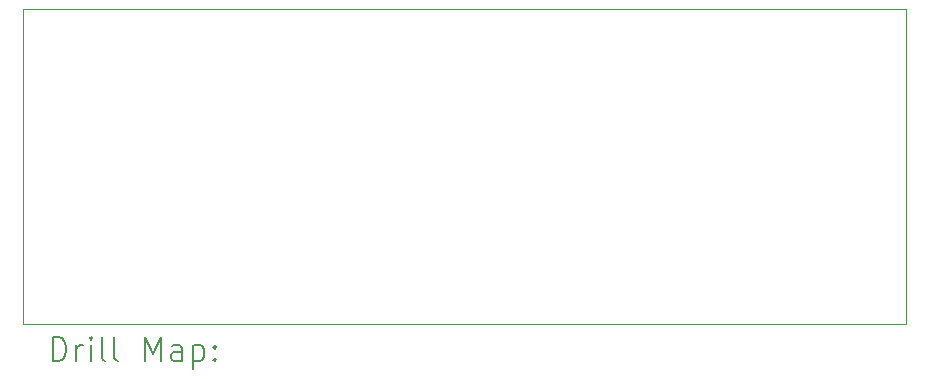
<source format=gbr>
%FSLAX45Y45*%
G04 Gerber Fmt 4.5, Leading zero omitted, Abs format (unit mm)*
G04 Created by KiCad (PCBNEW 6.0.2+dfsg-1~bpo11+1) date 2022-09-15 10:16:21*
%MOMM*%
%LPD*%
G01*
G04 APERTURE LIST*
%TA.AperFunction,Profile*%
%ADD10C,0.100000*%
%TD*%
%ADD11C,0.200000*%
G04 APERTURE END LIST*
D10*
X10682500Y-8200000D02*
X18162500Y-8200000D01*
X18162500Y-8200000D02*
X18162500Y-10860000D01*
X18162500Y-10860000D02*
X10682500Y-10860000D01*
X10682500Y-10860000D02*
X10682500Y-8200000D01*
D11*
X10935119Y-11175476D02*
X10935119Y-10975476D01*
X10982738Y-10975476D01*
X11011310Y-10985000D01*
X11030357Y-11004048D01*
X11039881Y-11023095D01*
X11049405Y-11061190D01*
X11049405Y-11089762D01*
X11039881Y-11127857D01*
X11030357Y-11146905D01*
X11011310Y-11165952D01*
X10982738Y-11175476D01*
X10935119Y-11175476D01*
X11135119Y-11175476D02*
X11135119Y-11042143D01*
X11135119Y-11080238D02*
X11144643Y-11061190D01*
X11154167Y-11051667D01*
X11173214Y-11042143D01*
X11192262Y-11042143D01*
X11258928Y-11175476D02*
X11258928Y-11042143D01*
X11258928Y-10975476D02*
X11249405Y-10985000D01*
X11258928Y-10994524D01*
X11268452Y-10985000D01*
X11258928Y-10975476D01*
X11258928Y-10994524D01*
X11382738Y-11175476D02*
X11363690Y-11165952D01*
X11354167Y-11146905D01*
X11354167Y-10975476D01*
X11487500Y-11175476D02*
X11468452Y-11165952D01*
X11458928Y-11146905D01*
X11458928Y-10975476D01*
X11716071Y-11175476D02*
X11716071Y-10975476D01*
X11782738Y-11118333D01*
X11849405Y-10975476D01*
X11849405Y-11175476D01*
X12030357Y-11175476D02*
X12030357Y-11070714D01*
X12020833Y-11051667D01*
X12001786Y-11042143D01*
X11963690Y-11042143D01*
X11944643Y-11051667D01*
X12030357Y-11165952D02*
X12011309Y-11175476D01*
X11963690Y-11175476D01*
X11944643Y-11165952D01*
X11935119Y-11146905D01*
X11935119Y-11127857D01*
X11944643Y-11108810D01*
X11963690Y-11099286D01*
X12011309Y-11099286D01*
X12030357Y-11089762D01*
X12125595Y-11042143D02*
X12125595Y-11242143D01*
X12125595Y-11051667D02*
X12144643Y-11042143D01*
X12182738Y-11042143D01*
X12201786Y-11051667D01*
X12211309Y-11061190D01*
X12220833Y-11080238D01*
X12220833Y-11137381D01*
X12211309Y-11156429D01*
X12201786Y-11165952D01*
X12182738Y-11175476D01*
X12144643Y-11175476D01*
X12125595Y-11165952D01*
X12306548Y-11156429D02*
X12316071Y-11165952D01*
X12306548Y-11175476D01*
X12297024Y-11165952D01*
X12306548Y-11156429D01*
X12306548Y-11175476D01*
X12306548Y-11051667D02*
X12316071Y-11061190D01*
X12306548Y-11070714D01*
X12297024Y-11061190D01*
X12306548Y-11051667D01*
X12306548Y-11070714D01*
M02*

</source>
